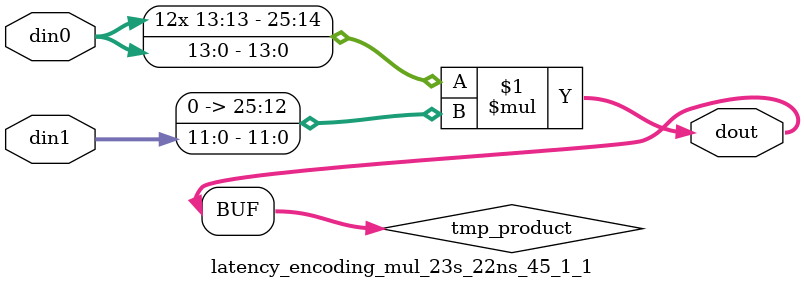
<source format=v>

`timescale 1 ns / 1 ps

 module latency_encoding_mul_23s_22ns_45_1_1(din0, din1, dout);
parameter ID = 1;
parameter NUM_STAGE = 0;
parameter din0_WIDTH = 14;
parameter din1_WIDTH = 12;
parameter dout_WIDTH = 26;

input [din0_WIDTH - 1 : 0] din0; 
input [din1_WIDTH - 1 : 0] din1; 
output [dout_WIDTH - 1 : 0] dout;

wire signed [dout_WIDTH - 1 : 0] tmp_product;


























assign tmp_product = $signed(din0) * $signed({1'b0, din1});









assign dout = tmp_product;





















endmodule

</source>
